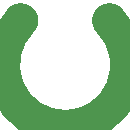
<source format=gbr>
G04 #@! TF.GenerationSoftware,KiCad,Pcbnew,(6.0.1-0)*
G04 #@! TF.CreationDate,2022-12-09T09:23:44-05:00*
G04 #@! TF.ProjectId,indexingWheel,696e6465-7869-46e6-9757-6865656c2e6b,rev?*
G04 #@! TF.SameCoordinates,Original*
G04 #@! TF.FileFunction,Soldermask,Top*
G04 #@! TF.FilePolarity,Negative*
%FSLAX46Y46*%
G04 Gerber Fmt 4.6, Leading zero omitted, Abs format (unit mm)*
G04 Created by KiCad (PCBNEW (6.0.1-0)) date 2022-12-09 09:23:44*
%MOMM*%
%LPD*%
G01*
G04 APERTURE LIST*
%ADD10C,3.000000*%
G04 APERTURE END LIST*
D10*
X145750001Y-89250001D02*
G75*
G03*
X153249999Y-89250001I3749999J-3749999D01*
G01*
X145750001Y-89250001D02*
G75*
G03*
X153249999Y-89250001I3749999J-3749999D01*
G01*
M02*

</source>
